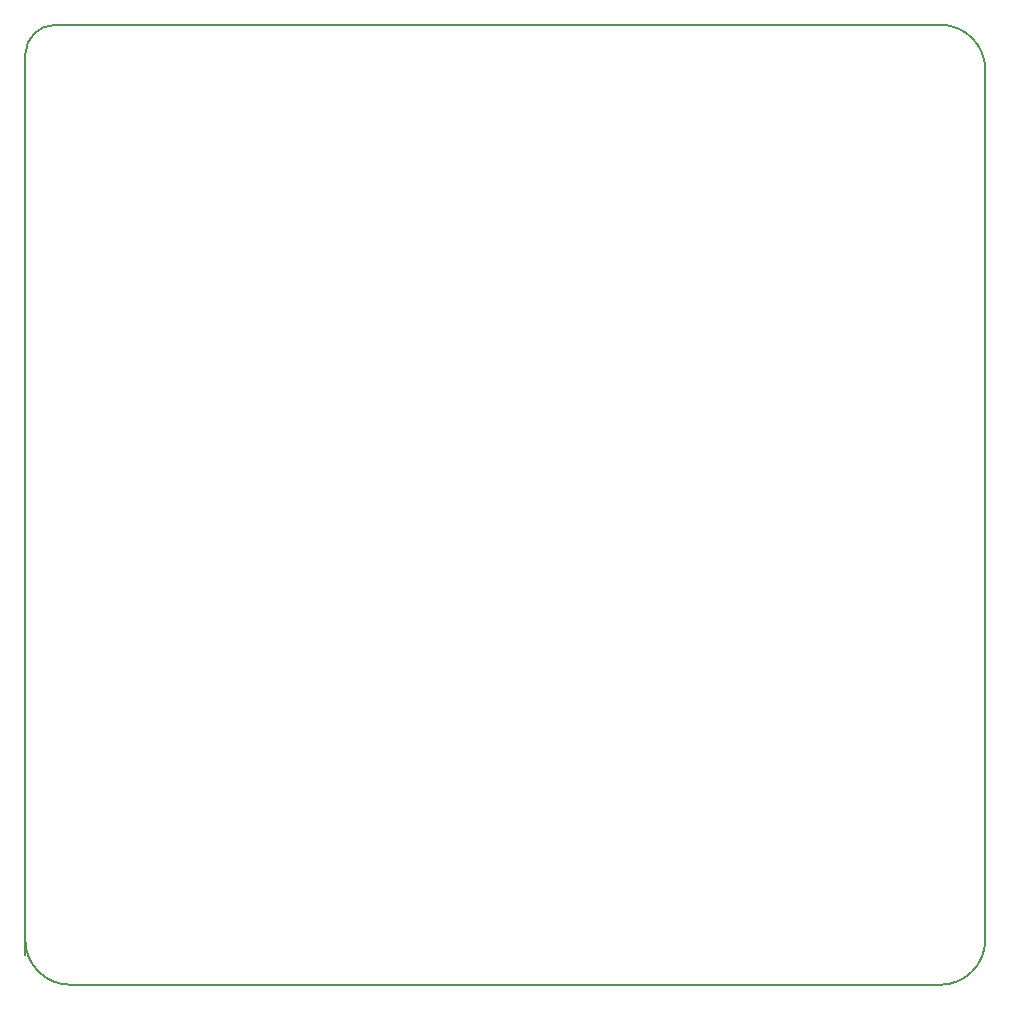
<source format=gbr>
G04 #@! TF.FileFunction,Other,User*
%FSLAX46Y46*%
G04 Gerber Fmt 4.6, Leading zero omitted, Abs format (unit mm)*
G04 Created by KiCad (PCBNEW 4.0.2+dfsg1-stable) date mar. 31 janv. 2017 17:52:21 CET*
%MOMM*%
G01*
G04 APERTURE LIST*
%ADD10C,0.050000*%
%ADD11C,0.200000*%
G04 APERTURE END LIST*
D10*
D11*
X-35560000Y40640000D02*
X39370000Y40640000D01*
X39370000Y-40640000D02*
X-34290000Y-40640000D01*
X43180000Y36830000D02*
X43180000Y-36830000D01*
X-38100000Y-36830000D02*
G75*
G03X-34290000Y-40640000I3810000J0D01*
G01*
X39370000Y-40640000D02*
G75*
G03X43180000Y-36830000I0J3810000D01*
G01*
X43180000Y36830000D02*
G75*
G03X39370000Y40640000I-3810000J0D01*
G01*
X-35560000Y40640000D02*
G75*
G03X-38100000Y38100000I0J-2540000D01*
G01*
X-38100000Y-38100000D02*
X-38100000Y38100000D01*
M02*

</source>
